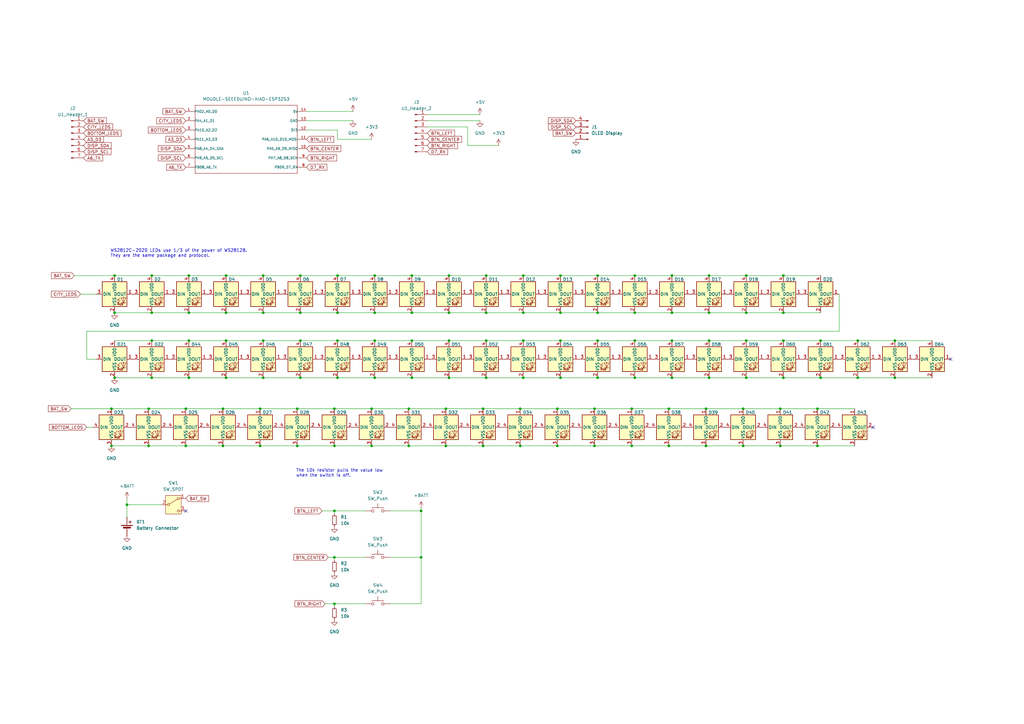
<source format=kicad_sch>
(kicad_sch (version 20250114) (generator "eeschema") (generator_version "9.0")
  (paper "A3")
  (title_block (title "Graduation Cap Threat Map") (company "Peter LaMantia"))
  (text "WS2812C-2020 LEDs use 1/3 of the power of WS2812B.\nThey are the same package and protocol." (at 45.212 103.886 0) (effects (font (size 1.27 1.27)) (justify left)))
  (text "The 10k resistor pulls the value low \nwhen the switch is off." (at 121.412 194.056 0) (effects (font (size 1.27 1.27)) (justify left)))
  (junction (at 107.95 139.7))
  (junction (at 290.83 113.03))
  (junction (at 121.92 167.64))
  (junction (at 167.64 182.88))
  (junction (at 62.23 154.94))
  (junction (at 289.56 182.88))
  (junction (at 243.84 167.64))
  (junction (at 182.88 182.88))
  (junction (at 138.43 154.94))
  (junction (at 199.39 154.94))
  (junction (at 321.31 113.03))
  (junction (at 46.99 113.03))
  (junction (at 77.47 128.27))
  (junction (at 214.63 128.27))
  (junction (at 184.15 154.94))
  (junction (at 138.43 113.03))
  (junction (at 91.44 182.88))
  (junction (at 152.4 182.88))
  (junction (at 121.92 182.88))
  (junction (at 62.23 139.7))
  (junction (at 228.6 167.64))
  (junction (at 336.55 139.7))
  (junction (at 92.71 113.03))
  (junction (at 274.32 167.64))
  (junction (at 138.43 139.7))
  (junction (at 198.12 167.64))
  (junction (at 351.79 139.7))
  (junction (at 336.55 154.94))
  (junction (at 229.87 139.7))
  (junction (at 168.91 139.7))
  (junction (at 321.31 154.94))
  (junction (at 153.67 154.94))
  (junction (at 184.15 139.7))
  (junction (at 260.35 154.94))
  (junction (at 62.23 128.27))
  (junction (at 60.96 167.64))
  (junction (at 351.79 154.94))
  (junction (at 184.15 113.03))
  (junction (at 321.31 128.27))
  (junction (at 245.11 139.7))
  (junction (at 214.63 154.94))
  (junction (at 52.07 207.01))
  (junction (at 168.91 154.94))
  (junction (at 321.31 139.7))
  (junction (at 137.16 167.64))
  (junction (at 306.07 113.03))
  (junction (at 306.07 139.7))
  (junction (at 275.59 154.94))
  (junction (at 123.19 139.7))
  (junction (at 274.32 182.88))
  (junction (at 306.07 154.94))
  (junction (at 260.35 128.27))
  (junction (at 152.4 167.64))
  (junction (at 106.68 182.88))
  (junction (at 138.43 128.27))
  (junction (at 168.91 113.03))
  (junction (at 228.6 182.88))
  (junction (at 335.28 182.88))
  (junction (at 45.72 167.64))
  (junction (at 214.63 113.03))
  (junction (at 107.95 154.94))
  (junction (at 153.67 139.7))
  (junction (at 335.28 167.64))
  (junction (at 275.59 139.7))
  (junction (at 77.47 113.03))
  (junction (at 46.99 128.27))
  (junction (at 106.68 167.64))
  (junction (at 320.04 167.64))
  (junction (at 123.19 128.27))
  (junction (at 45.72 182.88))
  (junction (at 306.07 128.27))
  (junction (at 153.67 113.03))
  (junction (at 76.2 167.64))
  (junction (at 320.04 182.88))
  (junction (at 198.12 182.88))
  (junction (at 77.47 139.7))
  (junction (at 137.16 247.65))
  (junction (at 245.11 154.94))
  (junction (at 243.84 182.88))
  (junction (at 304.8 167.64))
  (junction (at 123.19 113.03))
  (junction (at 213.36 167.64))
  (junction (at 172.72 228.6))
  (junction (at 275.59 113.03))
  (junction (at 172.72 209.55))
  (junction (at 184.15 128.27))
  (junction (at 214.63 139.7))
  (junction (at 275.59 128.27))
  (junction (at 290.83 128.27))
  (junction (at 107.95 128.27))
  (junction (at 367.03 139.7))
  (junction (at 77.47 154.94))
  (junction (at 62.23 113.03))
  (junction (at 92.71 139.7))
  (junction (at 260.35 113.03))
  (junction (at 259.08 167.64))
  (junction (at 245.11 128.27))
  (junction (at 290.83 139.7))
  (junction (at 229.87 128.27))
  (junction (at 304.8 182.88))
  (junction (at 92.71 128.27))
  (junction (at 91.44 167.64))
  (junction (at 289.56 167.64))
  (junction (at 92.71 154.94))
  (junction (at 46.99 154.94))
  (junction (at 153.67 128.27))
  (junction (at 137.16 209.55))
  (junction (at 107.95 113.03))
  (junction (at 199.39 139.7))
  (junction (at 199.39 128.27))
  (junction (at 229.87 154.94))
  (junction (at 123.19 154.94))
  (junction (at 229.87 113.03))
  (junction (at 213.36 182.88))
  (junction (at 168.91 128.27))
  (junction (at 259.08 182.88))
  (junction (at 182.88 167.64))
  (junction (at 290.83 154.94))
  (junction (at 137.16 228.6))
  (junction (at 76.2 182.88))
  (junction (at 245.11 113.03))
  (junction (at 199.39 113.03))
  (junction (at 60.96 182.88))
  (junction (at 260.35 139.7))
  (junction (at 367.03 154.94))
  (junction (at 167.64 167.64))
  (junction (at 137.16 182.88))
  (no_connect (at 358.14 175.26))
  (no_connect (at 389.89 147.32))
  (no_connect (at 76.2 209.55))
  (wire (pts (xy 168.91 154.94) (xy 184.15 154.94)))
  (wire (pts (xy 29.21 167.64) (xy 45.72 167.64)))
  (wire (pts (xy 260.35 128.27) (xy 275.59 128.27)))
  (wire (pts (xy 245.11 128.27) (xy 260.35 128.27)))
  (wire (pts (xy 132.08 209.55) (xy 137.16 209.55)))
  (wire (pts (xy 123.19 128.27) (xy 138.43 128.27)))
  (wire (pts (xy 45.72 182.88) (xy 60.96 182.88)))
  (wire (pts (xy 274.32 182.88) (xy 289.56 182.88)))
  (wire (pts (xy 229.87 128.27) (xy 245.11 128.27)))
  (wire (pts (xy 260.35 154.94) (xy 275.59 154.94)))
  (wire (pts (xy 62.23 154.94) (xy 77.47 154.94)))
  (wire (pts (xy 290.83 128.27) (xy 306.07 128.27)))
  (wire (pts (xy 260.35 113.03) (xy 275.59 113.03)))
  (wire (pts (xy 290.83 154.94) (xy 306.07 154.94)))
  (wire (pts (xy 196.85 46.99) (xy 175.26 46.99)))
  (wire (pts (xy 107.95 154.94) (xy 123.19 154.94)))
  (wire (pts (xy 60.96 182.88) (xy 76.2 182.88)))
  (wire (pts (xy 214.63 139.7) (xy 229.87 139.7)))
  (wire (pts (xy 138.43 57.15) (xy 138.43 53.34)))
  (wire (pts (xy 214.63 128.27) (xy 229.87 128.27)))
  (wire (pts (xy 137.16 247.65) (xy 149.86 247.65)))
  (wire (pts (xy 77.47 128.27) (xy 92.71 128.27)))
  (wire (pts (xy 367.03 154.94) (xy 382.27 154.94)))
  (wire (pts (xy 76.2 182.88) (xy 91.44 182.88)))
  (wire (pts (xy 228.6 182.88) (xy 243.84 182.88)))
  (wire (pts (xy 144.78 45.72) (xy 125.73 45.72)))
  (wire (pts (xy 321.31 113.03) (xy 336.55 113.03)))
  (wire (pts (xy 137.16 209.55) (xy 149.86 209.55)))
  (wire (pts (xy 259.08 182.88) (xy 274.32 182.88)))
  (wire (pts (xy 46.99 113.03) (xy 62.23 113.03)))
  (wire (pts (xy 213.36 167.64) (xy 228.6 167.64)))
  (wire (pts (xy 153.67 113.03) (xy 168.91 113.03)))
  (wire (pts (xy 168.91 113.03) (xy 184.15 113.03)))
  (wire (pts (xy 245.11 113.03) (xy 260.35 113.03)))
  (wire (pts (xy 123.19 113.03) (xy 138.43 113.03)))
  (wire (pts (xy 245.11 139.7) (xy 260.35 139.7)))
  (wire (pts (xy 137.16 228.6) (xy 149.86 228.6)))
  (wire (pts (xy 33.02 120.65) (xy 39.37 120.65)))
  (wire (pts (xy 153.67 139.7) (xy 168.91 139.7)))
  (wire (pts (xy 336.55 154.94) (xy 351.79 154.94)))
  (wire (pts (xy 306.07 139.7) (xy 321.31 139.7)))
  (wire (pts (xy 160.02 247.65) (xy 172.72 247.65)))
  (wire (pts (xy 76.2 167.64) (xy 91.44 167.64)))
  (wire (pts (xy 123.19 154.94) (xy 138.43 154.94)))
  (wire (pts (xy 336.55 139.7) (xy 351.79 139.7)))
  (wire (pts (xy 107.95 139.7) (xy 123.19 139.7)))
  (wire (pts (xy 134.62 228.6) (xy 137.16 228.6)))
  (wire (pts (xy 92.71 128.27) (xy 107.95 128.27)))
  (wire (pts (xy 137.16 228.6) (xy 137.16 229.87)))
  (wire (pts (xy 160.02 209.55) (xy 172.72 209.55)))
  (wire (pts (xy 137.16 248.92) (xy 137.16 247.65)))
  (wire (pts (xy 182.88 182.88) (xy 198.12 182.88)))
  (wire (pts (xy 260.35 139.7) (xy 275.59 139.7)))
  (wire (pts (xy 167.64 182.88) (xy 182.88 182.88)))
  (wire (pts (xy 191.77 52.07) (xy 175.26 52.07)))
  (wire (pts (xy 191.77 59.69) (xy 191.77 52.07)))
  (wire (pts (xy 138.43 154.94) (xy 153.67 154.94)))
  (wire (pts (xy 107.95 128.27) (xy 123.19 128.27)))
  (wire (pts (xy 199.39 139.7) (xy 214.63 139.7)))
  (wire (pts (xy 138.43 128.27) (xy 153.67 128.27)))
  (wire (pts (xy 46.99 139.7) (xy 62.23 139.7)))
  (wire (pts (xy 167.64 167.64) (xy 182.88 167.64)))
  (wire (pts (xy 320.04 182.88) (xy 335.28 182.88)))
  (wire (pts (xy 321.31 139.7) (xy 336.55 139.7)))
  (wire (pts (xy 306.07 154.94) (xy 321.31 154.94)))
  (wire (pts (xy 175.26 49.53) (xy 196.85 49.53)))
  (wire (pts (xy 52.07 207.01) (xy 66.04 207.01)))
  (wire (pts (xy 213.36 182.88) (xy 228.6 182.88)))
  (wire (pts (xy 214.63 113.03) (xy 229.87 113.03)))
  (wire (pts (xy 229.87 139.7) (xy 245.11 139.7)))
  (wire (pts (xy 199.39 128.27) (xy 214.63 128.27)))
  (wire (pts (xy 106.68 167.64) (xy 121.92 167.64)))
  (wire (pts (xy 35.56 135.89) (xy 35.56 147.32)))
  (wire (pts (xy 184.15 128.27) (xy 199.39 128.27)))
  (wire (pts (xy 304.8 182.88) (xy 320.04 182.88)))
  (wire (pts (xy 275.59 139.7) (xy 290.83 139.7)))
  (wire (pts (xy 184.15 113.03) (xy 199.39 113.03)))
  (wire (pts (xy 321.31 128.27) (xy 336.55 128.27)))
  (wire (pts (xy 199.39 113.03) (xy 214.63 113.03)))
  (wire (pts (xy 172.72 209.55) (xy 172.72 208.28)))
  (wire (pts (xy 152.4 182.88) (xy 167.64 182.88)))
  (wire (pts (xy 306.07 113.03) (xy 321.31 113.03)))
  (wire (pts (xy 138.43 139.7) (xy 153.67 139.7)))
  (wire (pts (xy 152.4 57.15) (xy 138.43 57.15)))
  (wire (pts (xy 351.79 154.94) (xy 367.03 154.94)))
  (wire (pts (xy 204.47 59.69) (xy 191.77 59.69)))
  (wire (pts (xy 153.67 154.94) (xy 168.91 154.94)))
  (wire (pts (xy 245.11 154.94) (xy 260.35 154.94)))
  (wire (pts (xy 91.44 167.64) (xy 106.68 167.64)))
  (wire (pts (xy 229.87 154.94) (xy 245.11 154.94)))
  (wire (pts (xy 60.96 167.64) (xy 76.2 167.64)))
  (wire (pts (xy 172.72 228.6) (xy 172.72 209.55)))
  (wire (pts (xy 335.28 167.64) (xy 350.52 167.64)))
  (wire (pts (xy 92.71 113.03) (xy 107.95 113.03)))
  (wire (pts (xy 152.4 167.64) (xy 167.64 167.64)))
  (wire (pts (xy 351.79 139.7) (xy 367.03 139.7)))
  (wire (pts (xy 229.87 113.03) (xy 245.11 113.03)))
  (wire (pts (xy 182.88 167.64) (xy 198.12 167.64)))
  (wire (pts (xy 321.31 154.94) (xy 336.55 154.94)))
  (wire (pts (xy 92.71 139.7) (xy 107.95 139.7)))
  (wire (pts (xy 289.56 167.64) (xy 304.8 167.64)))
  (wire (pts (xy 137.16 210.82) (xy 137.16 209.55)))
  (wire (pts (xy 275.59 154.94) (xy 290.83 154.94)))
  (wire (pts (xy 107.95 113.03) (xy 123.19 113.03)))
  (wire (pts (xy 259.08 167.64) (xy 274.32 167.64)))
  (wire (pts (xy 184.15 139.7) (xy 199.39 139.7)))
  (wire (pts (xy 153.67 128.27) (xy 168.91 128.27)))
  (wire (pts (xy 275.59 113.03) (xy 290.83 113.03)))
  (wire (pts (xy 121.92 182.88) (xy 137.16 182.88)))
  (wire (pts (xy 137.16 182.88) (xy 152.4 182.88)))
  (wire (pts (xy 52.07 204.47) (xy 52.07 207.01)))
  (wire (pts (xy 228.6 167.64) (xy 243.84 167.64)))
  (wire (pts (xy 160.02 228.6) (xy 172.72 228.6)))
  (wire (pts (xy 290.83 113.03) (xy 306.07 113.03)))
  (wire (pts (xy 77.47 154.94) (xy 92.71 154.94)))
  (wire (pts (xy 304.8 167.64) (xy 320.04 167.64)))
  (wire (pts (xy 199.39 154.94) (xy 214.63 154.94)))
  (wire (pts (xy 199.39 154.94) (xy 184.15 154.94)))
  (wire (pts (xy 367.03 139.7) (xy 382.27 139.7)))
  (wire (pts (xy 306.07 128.27) (xy 321.31 128.27)))
  (wire (pts (xy 344.17 135.89) (xy 35.56 135.89)))
  (wire (pts (xy 243.84 182.88) (xy 259.08 182.88)))
  (wire (pts (xy 243.84 167.64) (xy 259.08 167.64)))
  (wire (pts (xy 168.91 139.7) (xy 184.15 139.7)))
  (wire (pts (xy 214.63 154.94) (xy 229.87 154.94)))
  (wire (pts (xy 138.43 53.34) (xy 125.73 53.34)))
  (wire (pts (xy 290.83 139.7) (xy 306.07 139.7)))
  (wire (pts (xy 274.32 167.64) (xy 289.56 167.64)))
  (wire (pts (xy 344.17 120.65) (xy 344.17 135.89)))
  (wire (pts (xy 137.16 167.64) (xy 152.4 167.64)))
  (wire (pts (xy 198.12 182.88) (xy 213.36 182.88)))
  (wire (pts (xy 121.92 167.64) (xy 137.16 167.64)))
  (wire (pts (xy 46.99 154.94) (xy 62.23 154.94)))
  (wire (pts (xy 35.56 147.32) (xy 39.37 147.32)))
  (wire (pts (xy 45.72 167.64) (xy 60.96 167.64)))
  (wire (pts (xy 168.91 128.27) (xy 184.15 128.27)))
  (wire (pts (xy 52.07 207.01) (xy 52.07 212.09)))
  (wire (pts (xy 335.28 182.88) (xy 350.52 182.88)))
  (wire (pts (xy 62.23 139.7) (xy 77.47 139.7)))
  (wire (pts (xy 198.12 167.64) (xy 213.36 167.64)))
  (wire (pts (xy 125.73 49.53) (xy 144.78 49.53)))
  (wire (pts (xy 91.44 182.88) (xy 106.68 182.88)))
  (wire (pts (xy 30.48 113.03) (xy 46.99 113.03)))
  (wire (pts (xy 172.72 247.65) (xy 172.72 228.6)))
  (wire (pts (xy 123.19 139.7) (xy 138.43 139.7)))
  (wire (pts (xy 62.23 113.03) (xy 77.47 113.03)))
  (wire (pts (xy 320.04 167.64) (xy 335.28 167.64)))
  (wire (pts (xy 62.23 128.27) (xy 77.47 128.27)))
  (wire (pts (xy 35.56 175.26) (xy 38.1 175.26)))
  (wire (pts (xy 289.56 182.88) (xy 304.8 182.88)))
  (wire (pts (xy 46.99 128.27) (xy 62.23 128.27)))
  (wire (pts (xy 133.35 247.65) (xy 137.16 247.65)))
  (wire (pts (xy 275.59 128.27) (xy 290.83 128.27)))
  (wire (pts (xy 106.68 182.88) (xy 121.92 182.88)))
  (wire (pts (xy 138.43 113.03) (xy 153.67 113.03)))
  (wire (pts (xy 77.47 113.03) (xy 92.71 113.03)))
  (wire (pts (xy 92.71 154.94) (xy 107.95 154.94)))
  (wire (pts (xy 77.47 139.7) (xy 92.71 139.7)))
  (global_label "BTN_CENTER" (shape input) (at 125.73 60.96 0) (property "Intersheetrefs" "${INTERSHEET_REFS}" (effects (hide yes))))
  (global_label "BTN_CENTER" (shape input) (at 175.26 57.15 0) (property "Intersheetrefs" "${INTERSHEET_REFS}" (effects (hide yes))))
  (global_label "BAT_SW" (shape input) (at 236.22 54.61 180) (property "Intersheetrefs" "${INTERSHEET_REFS}" (effects (hide yes))))
  (global_label "DISP_SCL" (shape input) (at 236.22 52.07 180) (property "Intersheetrefs" "${INTERSHEET_REFS}" (effects (hide yes))))
  (global_label "DISP_SDA" (shape input) (at 76.2 60.96 180) (property "Intersheetrefs" "${INTERSHEET_REFS}" (effects (hide yes))))
  (global_label "BTN_LEFT" (shape input) (at 175.26 54.61 0) (property "Intersheetrefs" "${INTERSHEET_REFS}" (effects (hide yes))))
  (global_label "A3_D3" (shape input) (at 76.2 57.15 180) (property "Intersheetrefs" "${INTERSHEET_REFS}" (effects (hide yes))))
  (global_label "BAT_SW" (shape input) (at 29.21 167.64 180) (property "Intersheetrefs" "${INTERSHEET_REFS}" (effects (hide yes))))
  (global_label "CITY_LEDS" (shape input) (at 34.29 52.07 0) (property "Intersheetrefs" "${INTERSHEET_REFS}" (effects (hide yes))))
  (global_label "D7_RX" (shape input) (at 175.26 62.23 0) (property "Intersheetrefs" "${INTERSHEET_REFS}" (effects (hide yes))))
  (global_label "CITY_LEDS" (shape input) (at 76.2 49.53 180) (property "Intersheetrefs" "${INTERSHEET_REFS}" (effects (hide yes))))
  (global_label "BTN_LEFT" (shape input) (at 125.73 57.15 0) (property "Intersheetrefs" "${INTERSHEET_REFS}" (effects (hide yes))))
  (global_label "BAT_SW" (shape input) (at 76.2 45.72 180) (property "Intersheetrefs" "${INTERSHEET_REFS}" (effects (hide yes))))
  (global_label "A6_TX" (shape input) (at 34.29 64.77 0) (property "Intersheetrefs" "${INTERSHEET_REFS}" (effects (hide yes))))
  (global_label "DISP_SDA" (shape input) (at 34.29 59.69 0) (property "Intersheetrefs" "${INTERSHEET_REFS}" (effects (hide yes))))
  (global_label "CITY_LEDS" (shape input) (at 33.02 120.65 180) (property "Intersheetrefs" "${INTERSHEET_REFS}" (effects (hide yes))))
  (global_label "BTN_RIGHT" (shape input) (at 133.35 247.65 180) (property "Intersheetrefs" "${INTERSHEET_REFS}" (effects (hide yes))))
  (global_label "BOTTOM_LEDS" (shape input) (at 34.29 54.61 0) (property "Intersheetrefs" "${INTERSHEET_REFS}" (effects (hide yes))))
  (global_label "A3_D3" (shape input) (at 34.29 57.15 0) (property "Intersheetrefs" "${INTERSHEET_REFS}" (effects (hide yes))))
  (global_label "D7_RX" (shape input) (at 125.73 68.58 0) (property "Intersheetrefs" "${INTERSHEET_REFS}" (effects (hide yes))))
  (global_label "BOTTOM_LEDS" (shape input) (at 35.56 175.26 180) (property "Intersheetrefs" "${INTERSHEET_REFS}" (effects (hide yes))))
  (global_label "BTN_LEFT" (shape input) (at 132.08 209.55 180) (property "Intersheetrefs" "${INTERSHEET_REFS}" (effects (hide yes))))
  (global_label "BAT_SW" (shape input) (at 34.29 49.53 0) (property "Intersheetrefs" "${INTERSHEET_REFS}" (effects (hide yes))))
  (global_label "DISP_SDA" (shape input) (at 236.22 49.53 180) (property "Intersheetrefs" "${INTERSHEET_REFS}" (effects (hide yes))))
  (global_label "DISP_SCL" (shape input) (at 76.2 64.77 180) (property "Intersheetrefs" "${INTERSHEET_REFS}" (effects (hide yes))))
  (global_label "BTN_RIGHT" (shape input) (at 125.73 64.77 0) (property "Intersheetrefs" "${INTERSHEET_REFS}" (effects (hide yes))))
  (global_label "BTN_RIGHT" (shape input) (at 175.26 59.69 0) (property "Intersheetrefs" "${INTERSHEET_REFS}" (effects (hide yes))))
  (global_label "DISP_SCL" (shape input) (at 34.29 62.23 0) (property "Intersheetrefs" "${INTERSHEET_REFS}" (effects (hide yes))))
  (global_label "BAT_SW" (shape input) (at 76.2 204.47 0) (property "Intersheetrefs" "${INTERSHEET_REFS}" (effects (hide yes))))
  (global_label "BOTTOM_LEDS" (shape input) (at 76.2 53.34 180) (property "Intersheetrefs" "${INTERSHEET_REFS}" (effects (hide yes))))
  (global_label "A6_TX" (shape input) (at 76.2 68.58 180) (property "Intersheetrefs" "${INTERSHEET_REFS}" (effects (hide yes))))
  (global_label "BTN_CENTER" (shape input) (at 134.62 228.6 180) (property "Intersheetrefs" "${INTERSHEET_REFS}" (effects (hide yes))))
  (global_label "BAT_SW" (shape input) (at 30.48 113.03 180) (property "Intersheetrefs" "${INTERSHEET_REFS}" (effects (hide yes))))
  (symbol (lib_id "LED:WS2812B") (at 121.92 175.26 0) (unit 1)
    (property "Reference" "D28" (at 122.936 169.164 0) (effects (justify left)))
    (property "Value" "WS2812C" (effects (hide yes)))
    (property "Footprint" "LED_SMD:LED_WS2812B_PLCC4_5.0x5.0mm_P3.2mm" (effects (hide yes)))
    (property "Datasheet" "https://cdn-shop.adafruit.com/datasheets/WS2812B.pdf" (effects (hide yes)))
    (property "Description" "RGB LED with integrated controller" (effects (hide yes)))
  )
  (symbol (lib_id "LED:WS2812B") (at 350.52 175.26 0) (unit 1)
    (property "Reference" "D43" (at 351.536 169.164 0) (effects (justify left)))
    (property "Value" "WS2812C" (effects (hide yes)))
    (property "Footprint" "LED_SMD:LED_WS2812B_PLCC4_5.0x5.0mm_P3.2mm" (effects (hide yes)))
    (property "Datasheet" "https://cdn-shop.adafruit.com/datasheets/WS2812B.pdf" (effects (hide yes)))
    (property "Description" "RGB LED with integrated controller" (effects (hide yes)))
  )
  (symbol (lib_id "power:GND") (at 137.16 254 0) (mirror y) (unit 1)
    (property "Reference" "#PWR015" (effects (hide yes)))
    (property "Value" "GND" (at 137.16 259.08 0))
    (property "Description" "Power symbol creates a global label with name \"GND\" , ground" (effects (hide yes)))
  )
  (symbol (lib_id "LED:WS2812B-2020") (at 214.63 147.32 0) (unit 1)
    (property "Reference" "D53" (at 215.646 141.224 0) (effects (justify left)))
    (property "Value" "WS2812C-2020" (effects (hide yes)))
    (property "Footprint" "LED_SMD:LED_WS2812B-2020_PLCC4_2.0x2.0mm" (effects (hide yes)))
    (property "Datasheet" "https://cdn-shop.adafruit.com/product-files/4684/4684_WS2812B-2020_V1.3_EN.pdf" (effects (hide yes)))
    (property "Description" "RGB LED with integrated controller, 2.0 x 2.0 mm, 12 mA" (effects (hide yes)))
  )
  (symbol (lib_id "LED:WS2812B") (at 182.88 175.26 0) (unit 1)
    (property "Reference" "D32" (at 183.896 169.164 0) (effects (justify left)))
    (property "Value" "WS2812C" (effects (hide yes)))
    (property "Footprint" "LED_SMD:LED_WS2812B_PLCC4_5.0x5.0mm_P3.2mm" (effects (hide yes)))
    (property "Datasheet" "https://cdn-shop.adafruit.com/datasheets/WS2812B.pdf" (effects (hide yes)))
    (property "Description" "RGB LED with integrated controller" (effects (hide yes)))
  )
  (symbol (lib_id "LED:WS2812B-2020") (at 336.55 120.65 0) (unit 1)
    (property "Reference" "D20" (at 337.566 114.554 0) (effects (justify left)))
    (property "Value" "WS2812C-2020" (effects (hide yes)))
    (property "Footprint" "LED_SMD:LED_WS2812B-2020_PLCC4_2.0x2.0mm" (effects (hide yes)))
    (property "Datasheet" "https://cdn-shop.adafruit.com/product-files/4684/4684_WS2812B-2020_V1.3_EN.pdf" (effects (hide yes)))
    (property "Description" "RGB LED with integrated controller, 2.0 x 2.0 mm, 12 mA" (effects (hide yes)))
  )
  (symbol (lib_id "LED:WS2812B") (at 76.2 175.26 0) (unit 1)
    (property "Reference" "D25" (at 77.216 169.164 0) (effects (justify left)))
    (property "Value" "WS2812C" (effects (hide yes)))
    (property "Footprint" "LED_SMD:LED_WS2812B_PLCC4_5.0x5.0mm_P3.2mm" (effects (hide yes)))
    (property "Datasheet" "https://cdn-shop.adafruit.com/datasheets/WS2812B.pdf" (effects (hide yes)))
    (property "Description" "RGB LED with integrated controller" (effects (hide yes)))
  )
  (symbol (lib_id "Device:Battery_Cell") (at 52.07 217.17 0) (unit 1)
    (property "Reference" "BT1" (at 55.88 214.0584 0) (effects (justify left)))
    (property "Value" "Battery Connector" (at 55.88 216.5984 0) (effects (justify left)))
    (property "Footprint" "Connector_JST:JST_PH_S2B-PH-K_1x02_P2.00mm_Horizontal" (effects (hide yes)))
    (property "Description" "Single-cell battery" (effects (hide yes)))
  )
  (symbol (lib_id "LED:WS2812B-2020") (at 184.15 120.65 0) (unit 1)
    (property "Reference" "D10" (at 185.166 114.554 0) (effects (justify left)))
    (property "Value" "WS2812C-2020" (effects (hide yes)))
    (property "Footprint" "LED_SMD:LED_WS2812B-2020_PLCC4_2.0x2.0mm" (effects (hide yes)))
    (property "Datasheet" "https://cdn-shop.adafruit.com/product-files/4684/4684_WS2812B-2020_V1.3_EN.pdf" (effects (hide yes)))
    (property "Description" "RGB LED with integrated controller, 2.0 x 2.0 mm, 12 mA" (effects (hide yes)))
  )
  (symbol (lib_id "Switch:SW_SPDT") (at 71.12 207.01 0) (unit 1)
    (property "Reference" "SW1" (at 71.12 198.12 0))
    (property "Value" "SW_SPDT" (at 71.12 200.66 0))
    (property "Footprint" "Button_Switch_THT:SW_Slide_SPDT_Angled_CK_OS102011MA1Q" (effects (hide yes)))
    (property "Description" "Switch, single pole double throw" (effects (hide yes)))
  )
  (symbol (lib_id "LED:WS2812B") (at 137.16 175.26 0) (unit 1)
    (property "Reference" "D29" (at 138.176 169.164 0) (effects (justify left)))
    (property "Value" "WS2812C" (effects (hide yes)))
    (property "Footprint" "LED_SMD:LED_WS2812B_PLCC4_5.0x5.0mm_P3.2mm" (effects (hide yes)))
    (property "Datasheet" "https://cdn-shop.adafruit.com/datasheets/WS2812B.pdf" (effects (hide yes)))
    (property "Description" "RGB LED with integrated controller" (effects (hide yes)))
  )
  (symbol (lib_id "power:+5V") (at 144.78 45.72 0) (unit 1)
    (property "Reference" "#PWR03" (effects (hide yes)))
    (property "Value" "+5V" (at 144.78 40.64 0))
    (property "Description" "Power symbol creates a global label with name \"+5V\"" (effects (hide yes)))
  )
  (symbol (lib_id "power:GND") (at 137.16 215.9 0) (mirror y) (unit 1)
    (property "Reference" "#PWR011" (effects (hide yes)))
    (property "Value" "GND" (at 137.16 220.98 0))
    (property "Description" "Power symbol creates a global label with name \"GND\" , ground" (effects (hide yes)))
  )
  (symbol (lib_id "LED:WS2812B-2020") (at 168.91 120.65 0) (unit 1)
    (property "Reference" "D9" (at 169.926 114.554 0) (effects (justify left)))
    (property "Value" "WS2812C-2020" (effects (hide yes)))
    (property "Footprint" "LED_SMD:LED_WS2812B-2020_PLCC4_2.0x2.0mm" (effects (hide yes)))
    (property "Datasheet" "https://cdn-shop.adafruit.com/product-files/4684/4684_WS2812B-2020_V1.3_EN.pdf" (effects (hide yes)))
    (property "Description" "RGB LED with integrated controller, 2.0 x 2.0 mm, 12 mA" (effects (hide yes)))
  )
  (symbol (lib_id "LED:WS2812B") (at 60.96 175.26 0) (unit 1)
    (property "Reference" "D24" (at 61.976 169.164 0) (effects (justify left)))
    (property "Value" "WS2812C" (effects (hide yes)))
    (property "Footprint" "LED_SMD:LED_WS2812B_PLCC4_5.0x5.0mm_P3.2mm" (effects (hide yes)))
    (property "Datasheet" "https://cdn-shop.adafruit.com/datasheets/WS2812B.pdf" (effects (hide yes)))
    (property "Description" "RGB LED with integrated controller" (effects (hide yes)))
  )
  (symbol (lib_id "ESP32-S3:MOUDLE-SEEEDUINO-XIAO-ESP32S3") (at 101.6 57.15 0) (unit 1)
    (property "Reference" "U1" (at 100.965 38.1 0))
    (property "Value" "MOUDLE-SEEEDUINO-XIAO-ESP32S3" (at 100.965 40.64 0))
    (property "Footprint" "ESP32-S3:XIAO-ESP32S3-DIP" (effects (hide yes)))
  )
  (symbol (lib_id "Switch:SW_Push") (at 154.94 228.6 0) (unit 1)
    (property "Reference" "SW3" (at 154.94 220.98 0))
    (property "Value" "SW_Push" (at 154.94 223.52 0))
    (property "Footprint" "Button_Switch_THT:SW_PUSH-12mm" (effects (hide yes)))
    (property "Description" "Push button switch, generic, two pins" (effects (hide yes)))
  )
  (symbol (lib_id "LED:WS2812B-2020") (at 153.67 120.65 0) (unit 1)
    (property "Reference" "D8" (at 154.686 114.554 0) (effects (justify left)))
    (property "Value" "WS2812C-2020" (effects (hide yes)))
    (property "Footprint" "LED_SMD:LED_WS2812B-2020_PLCC4_2.0x2.0mm" (effects (hide yes)))
    (property "Datasheet" "https://cdn-shop.adafruit.com/product-files/4684/4684_WS2812B-2020_V1.3_EN.pdf" (effects (hide yes)))
    (property "Description" "RGB LED with integrated controller, 2.0 x 2.0 mm, 12 mA" (effects (hide yes)))
  )
  (symbol (lib_id "power:GND") (at 236.22 57.15 0) (unit 1)
    (property "Reference" "#PWR09" (effects (hide yes)))
    (property "Value" "GND" (at 236.22 62.23 0))
    (property "Description" "Power symbol creates a global label with name \"GND\" , ground" (effects (hide yes)))
  )
  (symbol (lib_id "LED:WS2812B-2020") (at 153.67 147.32 0) (unit 1)
    (property "Reference" "D49" (at 154.686 141.224 0) (effects (justify left)))
    (property "Value" "WS2812C-2020" (effects (hide yes)))
    (property "Footprint" "LED_SMD:LED_WS2812B-2020_PLCC4_2.0x2.0mm" (effects (hide yes)))
    (property "Datasheet" "https://cdn-shop.adafruit.com/product-files/4684/4684_WS2812B-2020_V1.3_EN.pdf" (effects (hide yes)))
    (property "Description" "RGB LED with integrated controller, 2.0 x 2.0 mm, 12 mA" (effects (hide yes)))
  )
  (symbol (lib_id "Connector:Conn_01x07_Pin") (at 29.21 57.15 0) (unit 1)
    (property "Reference" "J2" (at 29.845 44.45 0))
    (property "Value" "U1_Header_1" (at 29.845 46.99 0))
    (property "Footprint" "Connector_PinSocket_2.54mm:PinSocket_1x07_P2.54mm_Vertical" (effects (hide yes)))
    (property "Description" "Generic connector, single row, 01x07, script generated" (effects (hide yes)))
  )
  (symbol (lib_id "LED:WS2812B") (at 243.84 175.26 0) (unit 1)
    (property "Reference" "D36" (at 244.856 169.164 0) (effects (justify left)))
    (property "Value" "WS2812C" (effects (hide yes)))
    (property "Footprint" "LED_SMD:LED_WS2812B_PLCC4_5.0x5.0mm_P3.2mm" (effects (hide yes)))
    (property "Datasheet" "https://cdn-shop.adafruit.com/datasheets/WS2812B.pdf" (effects (hide yes)))
    (property "Description" "RGB LED with integrated controller" (effects (hide yes)))
  )
  (symbol (lib_id "LED:WS2812B") (at 106.68 175.26 0) (unit 1)
    (property "Reference" "D27" (at 107.696 169.164 0) (effects (justify left)))
    (property "Value" "WS2812C" (effects (hide yes)))
    (property "Footprint" "LED_SMD:LED_WS2812B_PLCC4_5.0x5.0mm_P3.2mm" (effects (hide yes)))
    (property "Datasheet" "https://cdn-shop.adafruit.com/datasheets/WS2812B.pdf" (effects (hide yes)))
    (property "Description" "RGB LED with integrated controller" (effects (hide yes)))
  )
  (symbol (lib_id "LED:WS2812B-2020") (at 62.23 147.32 0) (unit 1)
    (property "Reference" "D22" (at 63.246 141.224 0) (effects (justify left)))
    (property "Value" "WS2812C-2020" (effects (hide yes)))
    (property "Footprint" "LED_SMD:LED_WS2812B-2020_PLCC4_2.0x2.0mm" (effects (hide yes)))
    (property "Datasheet" "https://cdn-shop.adafruit.com/product-files/4684/4684_WS2812B-2020_V1.3_EN.pdf" (effects (hide yes)))
    (property "Description" "RGB LED with integrated controller, 2.0 x 2.0 mm, 12 mA" (effects (hide yes)))
  )
  (symbol (lib_id "LED:WS2812B-2020") (at 214.63 120.65 0) (unit 1)
    (property "Reference" "D12" (at 215.646 114.554 0) (effects (justify left)))
    (property "Value" "WS2812C-2020" (effects (hide yes)))
    (property "Footprint" "LED_SMD:LED_WS2812B-2020_PLCC4_2.0x2.0mm" (effects (hide yes)))
    (property "Datasheet" "https://cdn-shop.adafruit.com/product-files/4684/4684_WS2812B-2020_V1.3_EN.pdf" (effects (hide yes)))
    (property "Description" "RGB LED with integrated controller, 2.0 x 2.0 mm, 12 mA" (effects (hide yes)))
  )
  (symbol (lib_id "LED:WS2812B-2020") (at 275.59 147.32 0) (unit 1)
    (property "Reference" "D57" (at 276.606 141.224 0) (effects (justify left)))
    (property "Value" "WS2812C-2020" (effects (hide yes)))
    (property "Footprint" "LED_SMD:LED_WS2812B-2020_PLCC4_2.0x2.0mm" (effects (hide yes)))
    (property "Datasheet" "https://cdn-shop.adafruit.com/product-files/4684/4684_WS2812B-2020_V1.3_EN.pdf" (effects (hide yes)))
    (property "Description" "RGB LED with integrated controller, 2.0 x 2.0 mm, 12 mA" (effects (hide yes)))
  )
  (symbol (lib_id "LED:WS2812B-2020") (at 321.31 120.65 0) (unit 1)
    (property "Reference" "D19" (at 322.326 114.554 0) (effects (justify left)))
    (property "Value" "WS2812C-2020" (effects (hide yes)))
    (property "Footprint" "LED_SMD:LED_WS2812B-2020_PLCC4_2.0x2.0mm" (effects (hide yes)))
    (property "Datasheet" "https://cdn-shop.adafruit.com/product-files/4684/4684_WS2812B-2020_V1.3_EN.pdf" (effects (hide yes)))
    (property "Description" "RGB LED with integrated controller, 2.0 x 2.0 mm, 12 mA" (effects (hide yes)))
  )
  (symbol (lib_id "power:GND") (at 196.85 49.53 0) (unit 1)
    (property "Reference" "#PWR012" (effects (hide yes)))
    (property "Value" "GND" (at 196.85 54.61 0))
    (property "Description" "Power symbol creates a global label with name \"GND\" , ground" (effects (hide yes)))
  )
  (symbol (lib_id "LED:WS2812B") (at 198.12 175.26 0) (unit 1)
    (property "Reference" "D33" (at 199.136 169.164 0) (effects (justify left)))
    (property "Value" "WS2812C" (effects (hide yes)))
    (property "Footprint" "LED_SMD:LED_WS2812B_PLCC4_5.0x5.0mm_P3.2mm" (effects (hide yes)))
    (property "Datasheet" "https://cdn-shop.adafruit.com/datasheets/WS2812B.pdf" (effects (hide yes)))
    (property "Description" "RGB LED with integrated controller" (effects (hide yes)))
  )
  (symbol (lib_id "LED:WS2812B-2020") (at 290.83 120.65 0) (unit 1)
    (property "Reference" "D17" (at 291.846 114.554 0) (effects (justify left)))
    (property "Value" "WS2812C-2020" (effects (hide yes)))
    (property "Footprint" "LED_SMD:LED_WS2812B-2020_PLCC4_2.0x2.0mm" (effects (hide yes)))
    (property "Datasheet" "https://cdn-shop.adafruit.com/product-files/4684/4684_WS2812B-2020_V1.3_EN.pdf" (effects (hide yes)))
    (property "Description" "RGB LED with integrated controller, 2.0 x 2.0 mm, 12 mA" (effects (hide yes)))
  )
  (symbol (lib_id "power:GND") (at 45.72 182.88 0) (unit 1)
    (property "Reference" "#PWR06" (effects (hide yes)))
    (property "Value" "GND" (at 45.72 187.96 0))
    (property "Description" "Power symbol creates a global label with name \"GND\" , ground" (effects (hide yes)))
  )
  (symbol (lib_id "LED:WS2812B-2020") (at 306.07 147.32 0) (unit 1)
    (property "Reference" "D59" (at 307.086 141.224 0) (effects (justify left)))
    (property "Value" "WS2812C-2020" (effects (hide yes)))
    (property "Footprint" "LED_SMD:LED_WS2812B-2020_PLCC4_2.0x2.0mm" (effects (hide yes)))
    (property "Datasheet" "https://cdn-shop.adafruit.com/product-files/4684/4684_WS2812B-2020_V1.3_EN.pdf" (effects (hide yes)))
    (property "Description" "RGB LED with integrated controller, 2.0 x 2.0 mm, 12 mA" (effects (hide yes)))
  )
  (symbol (lib_id "Switch:SW_Push") (at 154.94 209.55 0) (unit 1)
    (property "Reference" "SW2" (at 154.94 201.93 0))
    (property "Value" "SW_Push" (at 154.94 204.47 0))
    (property "Footprint" "Button_Switch_THT:SW_PUSH-12mm" (effects (hide yes)))
    (property "Description" "Push button switch, generic, two pins" (effects (hide yes)))
  )
  (symbol (lib_id "LED:WS2812B-2020") (at 275.59 120.65 0) (unit 1)
    (property "Reference" "D16" (at 276.606 114.554 0) (effects (justify left)))
    (property "Value" "WS2812C-2020" (effects (hide yes)))
    (property "Footprint" "LED_SMD:LED_WS2812B-2020_PLCC4_2.0x2.0mm" (effects (hide yes)))
    (property "Datasheet" "https://cdn-shop.adafruit.com/product-files/4684/4684_WS2812B-2020_V1.3_EN.pdf" (effects (hide yes)))
    (property "Description" "RGB LED with integrated controller, 2.0 x 2.0 mm, 12 mA" (effects (hide yes)))
  )
  (symbol (lib_id "LED:WS2812B-2020") (at 92.71 147.32 0) (unit 1)
    (property "Reference" "D45" (at 93.726 141.224 0) (effects (justify left)))
    (property "Value" "WS2812C-2020" (effects (hide yes)))
    (property "Footprint" "LED_SMD:LED_WS2812B-2020_PLCC4_2.0x2.0mm" (effects (hide yes)))
    (property "Datasheet" "https://cdn-shop.adafruit.com/product-files/4684/4684_WS2812B-2020_V1.3_EN.pdf" (effects (hide yes)))
    (property "Description" "RGB LED with integrated controller, 2.0 x 2.0 mm, 12 mA" (effects (hide yes)))
  )
  (symbol (lib_id "LED:WS2812B-2020") (at 92.71 120.65 0) (unit 1)
    (property "Reference" "D4" (at 93.726 114.554 0) (effects (justify left)))
    (property "Value" "WS2812C-2020" (effects (hide yes)))
    (property "Footprint" "LED_SMD:LED_WS2812B-2020_PLCC4_2.0x2.0mm" (effects (hide yes)))
    (property "Datasheet" "https://cdn-shop.adafruit.com/product-files/4684/4684_WS2812B-2020_V1.3_EN.pdf" (effects (hide yes)))
    (property "Description" "RGB LED with integrated controller, 2.0 x 2.0 mm, 12 mA" (effects (hide yes)))
  )
  (symbol (lib_id "power:+BATT") (at 52.07 204.47 0) (unit 1)
    (property "Reference" "#PWR01" (effects (hide yes)))
    (property "Value" "+BATT" (at 52.07 199.39 0))
    (property "Description" "Power symbol creates a global label with name \"+BATT\"" (effects (hide yes)))
  )
  (symbol (lib_id "LED:WS2812B-2020") (at 123.19 120.65 0) (unit 1)
    (property "Reference" "D6" (at 124.206 114.554 0) (effects (justify left)))
    (property "Value" "WS2812C-2020" (effects (hide yes)))
    (property "Footprint" "LED_SMD:LED_WS2812B-2020_PLCC4_2.0x2.0mm" (effects (hide yes)))
    (property "Datasheet" "https://cdn-shop.adafruit.com/product-files/4684/4684_WS2812B-2020_V1.3_EN.pdf" (effects (hide yes)))
    (property "Description" "RGB LED with integrated controller, 2.0 x 2.0 mm, 12 mA" (effects (hide yes)))
  )
  (symbol (lib_id "LED:WS2812B-2020") (at 336.55 147.32 0) (unit 1)
    (property "Reference" "D61" (at 337.566 141.224 0) (effects (justify left)))
    (property "Value" "WS2812C-2020" (effects (hide yes)))
    (property "Footprint" "LED_SMD:LED_WS2812B-2020_PLCC4_2.0x2.0mm" (effects (hide yes)))
    (property "Datasheet" "https://cdn-shop.adafruit.com/product-files/4684/4684_WS2812B-2020_V1.3_EN.pdf" (effects (hide yes)))
    (property "Description" "RGB LED with integrated controller, 2.0 x 2.0 mm, 12 mA" (effects (hide yes)))
  )
  (symbol (lib_id "LED:WS2812B-2020") (at 107.95 147.32 0) (unit 1)
    (property "Reference" "D46" (at 108.966 141.224 0) (effects (justify left)))
    (property "Value" "WS2812C-2020" (effects (hide yes)))
    (property "Footprint" "LED_SMD:LED_WS2812B-2020_PLCC4_2.0x2.0mm" (effects (hide yes)))
    (property "Datasheet" "https://cdn-shop.adafruit.com/product-files/4684/4684_WS2812B-2020_V1.3_EN.pdf" (effects (hide yes)))
    (property "Description" "RGB LED with integrated controller, 2.0 x 2.0 mm, 12 mA" (effects (hide yes)))
  )
  (symbol (lib_id "LED:WS2812B-2020") (at 351.79 147.32 0) (unit 1)
    (property "Reference" "D62" (at 352.806 141.224 0) (effects (justify left)))
    (property "Value" "WS2812C-2020" (effects (hide yes)))
    (property "Footprint" "LED_SMD:LED_WS2812B-2020_PLCC4_2.0x2.0mm" (effects (hide yes)))
    (property "Datasheet" "https://cdn-shop.adafruit.com/product-files/4684/4684_WS2812B-2020_V1.3_EN.pdf" (effects (hide yes)))
    (property "Description" "RGB LED with integrated controller, 2.0 x 2.0 mm, 12 mA" (effects (hide yes)))
  )
  (symbol (lib_id "power:GND") (at 52.07 219.71 0) (mirror y) (unit 1)
    (property "Reference" "#PWR010" (effects (hide yes)))
    (property "Value" "GND" (at 52.07 224.79 0))
    (property "Description" "Power symbol creates a global label with name \"GND\" , ground" (effects (hide yes)))
  )
  (symbol (lib_id "Device:R_Small") (at 137.16 213.36 0) (unit 1)
    (property "Reference" "R1" (at 139.7 212.0899 0) (effects (justify left)))
    (property "Value" "10k" (at 139.7 214.6299 0) (effects (justify left)))
    (property "Footprint" "Resistor_THT:R_Axial_DIN0207_L6.3mm_D2.5mm_P7.62mm_Horizontal" (effects (hide yes)))
    (property "Description" "Resistor, small symbol" (effects (hide yes)))
  )
  (symbol (lib_id "LED:WS2812B") (at 45.72 175.26 0) (unit 1)
    (property "Reference" "D23" (at 46.736 169.164 0) (effects (justify left)))
    (property "Value" "WS2812C" (effects (hide yes)))
    (property "Footprint" "LED_SMD:LED_WS2812B_PLCC4_5.0x5.0mm_P3.2mm" (effects (hide yes)))
    (property "Datasheet" "https://cdn-shop.adafruit.com/datasheets/WS2812B.pdf" (effects (hide yes)))
    (property "Description" "RGB LED with integrated controller" (effects (hide yes)))
  )
  (symbol (lib_id "LED:WS2812B-2020") (at 168.91 147.32 0) (unit 1)
    (property "Reference" "D50" (at 169.926 141.224 0) (effects (justify left)))
    (property "Value" "WS2812C-2020" (effects (hide yes)))
    (property "Footprint" "LED_SMD:LED_WS2812B-2020_PLCC4_2.0x2.0mm" (effects (hide yes)))
    (property "Datasheet" "https://cdn-shop.adafruit.com/product-files/4684/4684_WS2812B-2020_V1.3_EN.pdf" (effects (hide yes)))
    (property "Description" "RGB LED with integrated controller, 2.0 x 2.0 mm, 12 mA" (effects (hide yes)))
  )
  (symbol (lib_id "LED:WS2812B-2020") (at 306.07 120.65 0) (unit 1)
    (property "Reference" "D18" (at 307.086 114.554 0) (effects (justify left)))
    (property "Value" "WS2812C-2020" (effects (hide yes)))
    (property "Footprint" "LED_SMD:LED_WS2812B-2020_PLCC4_2.0x2.0mm" (effects (hide yes)))
    (property "Datasheet" "https://cdn-shop.adafruit.com/product-files/4684/4684_WS2812B-2020_V1.3_EN.pdf" (effects (hide yes)))
    (property "Description" "RGB LED with integrated controller, 2.0 x 2.0 mm, 12 mA" (effects (hide yes)))
  )
  (symbol (lib_id "LED:WS2812B") (at 289.56 175.26 0) (unit 1)
    (property "Reference" "D39" (at 290.576 169.164 0) (effects (justify left)))
    (property "Value" "WS2812C" (effects (hide yes)))
    (property "Footprint" "LED_SMD:LED_WS2812B_PLCC4_5.0x5.0mm_P3.2mm" (effects (hide yes)))
    (property "Datasheet" "https://cdn-shop.adafruit.com/datasheets/WS2812B.pdf" (effects (hide yes)))
    (property "Description" "RGB LED with integrated controller" (effects (hide yes)))
  )
  (symbol (lib_id "LED:WS2812B-2020") (at 184.15 147.32 0) (unit 1)
    (property "Reference" "D51" (at 185.166 141.224 0) (effects (justify left)))
    (property "Value" "WS2812C-2020" (effects (hide yes)))
    (property "Footprint" "LED_SMD:LED_WS2812B-2020_PLCC4_2.0x2.0mm" (effects (hide yes)))
    (property "Datasheet" "https://cdn-shop.adafruit.com/product-files/4684/4684_WS2812B-2020_V1.3_EN.pdf" (effects (hide yes)))
    (property "Description" "RGB LED with integrated controller, 2.0 x 2.0 mm, 12 mA" (effects (hide yes)))
  )
  (symbol (lib_id "power:+3V3") (at 204.47 59.69 0) (unit 1)
    (property "Reference" "#PWR013" (effects (hide yes)))
    (property "Value" "+3V3" (at 204.47 54.61 0))
    (property "Description" "Power symbol creates a global label with name \"+3V3\"" (effects (hide yes)))
  )
  (symbol (lib_id "LED:WS2812B-2020") (at 229.87 120.65 0) (unit 1)
    (property "Reference" "D13" (at 230.886 114.554 0) (effects (justify left)))
    (property "Value" "WS2812C-2020" (effects (hide yes)))
    (property "Footprint" "LED_SMD:LED_WS2812B-2020_PLCC4_2.0x2.0mm" (effects (hide yes)))
    (property "Datasheet" "https://cdn-shop.adafruit.com/product-files/4684/4684_WS2812B-2020_V1.3_EN.pdf" (effects (hide yes)))
    (property "Description" "RGB LED with integrated controller, 2.0 x 2.0 mm, 12 mA" (effects (hide yes)))
  )
  (symbol (lib_id "Connector:Conn_01x04_Pin") (at 241.3 54.61 180) (unit 1)
    (property "Reference" "J1" (at 242.57 52.0699 0) (effects (justify right)))
    (property "Value" "OLED Display" (at 242.57 54.6099 0) (effects (justify right)))
    (property "Footprint" "Connector_PinHeader_2.54mm:PinHeader_1x04_P2.54mm_Vertical" (effects (hide yes)))
    (property "Description" "Generic connector, single row, 01x04, script generated" (effects (hide yes)))
  )
  (symbol (lib_id "LED:WS2812B-2020") (at 229.87 147.32 0) (unit 1)
    (property "Reference" "D54" (at 230.886 141.224 0) (effects (justify left)))
    (property "Value" "WS2812C-2020" (effects (hide yes)))
    (property "Footprint" "LED_SMD:LED_WS2812B-2020_PLCC4_2.0x2.0mm" (effects (hide yes)))
    (property "Datasheet" "https://cdn-shop.adafruit.com/product-files/4684/4684_WS2812B-2020_V1.3_EN.pdf" (effects (hide yes)))
    (property "Description" "RGB LED with integrated controller, 2.0 x 2.0 mm, 12 mA" (effects (hide yes)))
  )
  (symbol (lib_id "LED:WS2812B") (at 335.28 175.26 0) (unit 1)
    (property "Reference" "D42" (at 336.296 169.164 0) (effects (justify left)))
    (property "Value" "WS2812C" (effects (hide yes)))
    (property "Footprint" "LED_SMD:LED_WS2812B_PLCC4_5.0x5.0mm_P3.2mm" (effects (hide yes)))
    (property "Datasheet" "https://cdn-shop.adafruit.com/datasheets/WS2812B.pdf" (effects (hide yes)))
    (property "Description" "RGB LED with integrated controller" (effects (hide yes)))
  )
  (symbol (lib_id "LED:WS2812B") (at 228.6 175.26 0) (unit 1)
    (property "Reference" "D35" (at 229.616 169.164 0) (effects (justify left)))
    (property "Value" "WS2812C" (effects (hide yes)))
    (property "Footprint" "LED_SMD:LED_WS2812B_PLCC4_5.0x5.0mm_P3.2mm" (effects (hide yes)))
    (property "Datasheet" "https://cdn-shop.adafruit.com/datasheets/WS2812B.pdf" (effects (hide yes)))
    (property "Description" "RGB LED with integrated controller" (effects (hide yes)))
  )
  (symbol (lib_id "LED:WS2812B-2020") (at 367.03 147.32 0) (unit 1)
    (property "Reference" "D63" (at 368.046 141.224 0) (effects (justify left)))
    (property "Value" "WS2812C-2020" (effects (hide yes)))
    (property "Footprint" "LED_SMD:LED_WS2812B-2020_PLCC4_2.0x2.0mm" (effects (hide yes)))
    (property "Datasheet" "https://cdn-shop.adafruit.com/product-files/4684/4684_WS2812B-2020_V1.3_EN.pdf" (effects (hide yes)))
    (property "Description" "RGB LED with integrated controller, 2.0 x 2.0 mm, 12 mA" (effects (hide yes)))
  )
  (symbol (lib_id "LED:WS2812B-2020") (at 199.39 147.32 0) (unit 1)
    (property "Reference" "D52" (at 200.406 141.224 0) (effects (justify left)))
    (property "Value" "WS2812C-2020" (effects (hide yes)))
    (property "Footprint" "LED_SMD:LED_WS2812B-2020_PLCC4_2.0x2.0mm" (effects (hide yes)))
    (property "Datasheet" "https://cdn-shop.adafruit.com/product-files/4684/4684_WS2812B-2020_V1.3_EN.pdf" (effects (hide yes)))
    (property "Description" "RGB LED with integrated controller, 2.0 x 2.0 mm, 12 mA" (effects (hide yes)))
  )
  (symbol (lib_id "power:GND") (at 137.16 234.95 0) (mirror y) (unit 1)
    (property "Reference" "#PWR014" (effects (hide yes)))
    (property "Value" "GND" (at 137.16 240.03 0))
    (property "Description" "Power symbol creates a global label with name \"GND\" , ground" (effects (hide yes)))
  )
  (symbol (lib_id "LED:WS2812B-2020") (at 62.23 120.65 0) (unit 1)
    (property "Reference" "D2" (at 63.246 114.554 0) (effects (justify left)))
    (property "Value" "WS2812C-2020" (effects (hide yes)))
    (property "Footprint" "LED_SMD:LED_WS2812B-2020_PLCC4_2.0x2.0mm" (effects (hide yes)))
    (property "Datasheet" "https://cdn-shop.adafruit.com/product-files/4684/4684_WS2812B-2020_V1.3_EN.pdf" (effects (hide yes)))
    (property "Description" "RGB LED with integrated controller, 2.0 x 2.0 mm, 12 mA" (effects (hide yes)))
  )
  (symbol (lib_id "power:+BATT") (at 172.72 208.28 0) (unit 1)
    (property "Reference" "#PWR02" (effects (hide yes)))
    (property "Value" "+BATT" (at 172.72 203.2 0))
    (property "Description" "Power symbol creates a global label with name \"+BATT\"" (effects (hide yes)))
  )
  (symbol (lib_id "LED:WS2812B") (at 259.08 175.26 0) (unit 1)
    (property "Reference" "D37" (at 260.096 169.164 0) (effects (justify left)))
    (property "Value" "WS2812C" (effects (hide yes)))
    (property "Footprint" "LED_SMD:LED_WS2812B_PLCC4_5.0x5.0mm_P3.2mm" (effects (hide yes)))
    (property "Datasheet" "https://cdn-shop.adafruit.com/datasheets/WS2812B.pdf" (effects (hide yes)))
    (property "Description" "RGB LED with integrated controller" (effects (hide yes)))
  )
  (symbol (lib_id "LED:WS2812B") (at 213.36 175.26 0) (unit 1)
    (property "Reference" "D34" (at 214.376 169.164 0) (effects (justify left)))
    (property "Value" "WS2812C" (effects (hide yes)))
    (property "Footprint" "LED_SMD:LED_WS2812B_PLCC4_5.0x5.0mm_P3.2mm" (effects (hide yes)))
    (property "Datasheet" "https://cdn-shop.adafruit.com/datasheets/WS2812B.pdf" (effects (hide yes)))
    (property "Description" "RGB LED with integrated controller" (effects (hide yes)))
  )
  (symbol (lib_id "power:GND") (at 46.99 154.94 0) (unit 1)
    (property "Reference" "#PWR016" (effects (hide yes)))
    (property "Value" "GND" (at 46.99 160.02 0))
    (property "Description" "Power symbol creates a global label with name \"GND\" , ground" (effects (hide yes)))
  )
  (symbol (lib_id "LED:WS2812B-2020") (at 138.43 120.65 0) (unit 1)
    (property "Reference" "D7" (at 139.446 114.554 0) (effects (justify left)))
    (property "Value" "WS2812C-2020" (effects (hide yes)))
    (property "Footprint" "LED_SMD:LED_WS2812B-2020_PLCC4_2.0x2.0mm" (effects (hide yes)))
    (property "Datasheet" "https://cdn-shop.adafruit.com/product-files/4684/4684_WS2812B-2020_V1.3_EN.pdf" (effects (hide yes)))
    (property "Description" "RGB LED with integrated controller, 2.0 x 2.0 mm, 12 mA" (effects (hide yes)))
  )
  (symbol (lib_id "Device:R_Small") (at 137.16 251.46 0) (unit 1)
    (property "Reference" "R3" (at 139.7 250.1899 0) (effects (justify left)))
    (property "Value" "10k" (at 139.7 252.7299 0) (effects (justify left)))
    (property "Footprint" "Resistor_THT:R_Axial_DIN0207_L6.3mm_D2.5mm_P7.62mm_Horizontal" (effects (hide yes)))
    (property "Description" "Resistor, small symbol" (effects (hide yes)))
  )
  (symbol (lib_id "LED:WS2812B-2020") (at 138.43 147.32 0) (unit 1)
    (property "Reference" "D48" (at 139.446 141.224 0) (effects (justify left)))
    (property "Value" "WS2812C-2020" (effects (hide yes)))
    (property "Footprint" "LED_SMD:LED_WS2812B-2020_PLCC4_2.0x2.0mm" (effects (hide yes)))
    (property "Datasheet" "https://cdn-shop.adafruit.com/product-files/4684/4684_WS2812B-2020_V1.3_EN.pdf" (effects (hide yes)))
    (property "Description" "RGB LED with integrated controller, 2.0 x 2.0 mm, 12 mA" (effects (hide yes)))
  )
  (symbol (lib_id "power:GND") (at 144.78 49.53 0) (unit 1)
    (property "Reference" "#PWR08" (effects (hide yes)))
    (property "Value" "GND" (at 144.78 54.61 0))
    (property "Description" "Power symbol creates a global label with name \"GND\" , ground" (effects (hide yes)))
  )
  (symbol (lib_id "LED:WS2812B") (at 152.4 175.26 0) (unit 1)
    (property "Reference" "D30" (at 153.416 169.164 0) (effects (justify left)))
    (property "Value" "WS2812C" (effects (hide yes)))
    (property "Footprint" "LED_SMD:LED_WS2812B_PLCC4_5.0x5.0mm_P3.2mm" (effects (hide yes)))
    (property "Datasheet" "https://cdn-shop.adafruit.com/datasheets/WS2812B.pdf" (effects (hide yes)))
    (property "Description" "RGB LED with integrated controller" (effects (hide yes)))
  )
  (symbol (lib_id "Switch:SW_Push") (at 154.94 247.65 0) (unit 1)
    (property "Reference" "SW4" (at 154.94 240.03 0))
    (property "Value" "SW_Push" (at 154.94 242.57 0))
    (property "Footprint" "Button_Switch_THT:SW_PUSH-12mm" (effects (hide yes)))
    (property "Description" "Push button switch, generic, two pins" (effects (hide yes)))
  )
  (symbol (lib_id "LED:WS2812B") (at 304.8 175.26 0) (unit 1)
    (property "Reference" "D40" (at 305.816 169.164 0) (effects (justify left)))
    (property "Value" "WS2812C" (effects (hide yes)))
    (property "Footprint" "LED_SMD:LED_WS2812B_PLCC4_5.0x5.0mm_P3.2mm" (effects (hide yes)))
    (property "Datasheet" "https://cdn-shop.adafruit.com/datasheets/WS2812B.pdf" (effects (hide yes)))
    (property "Description" "RGB LED with integrated controller" (effects (hide yes)))
  )
  (symbol (lib_id "LED:WS2812B-2020") (at 199.39 120.65 0) (unit 1)
    (property "Reference" "D11" (at 200.406 114.554 0) (effects (justify left)))
    (property "Value" "WS2812C-2020" (effects (hide yes)))
    (property "Footprint" "LED_SMD:LED_WS2812B-2020_PLCC4_2.0x2.0mm" (effects (hide yes)))
    (property "Datasheet" "https://cdn-shop.adafruit.com/product-files/4684/4684_WS2812B-2020_V1.3_EN.pdf" (effects (hide yes)))
    (property "Description" "RGB LED with integrated controller, 2.0 x 2.0 mm, 12 mA" (effects (hide yes)))
  )
  (symbol (lib_id "Connector:Conn_01x07_Pin") (at 170.18 54.61 0) (unit 1)
    (property "Reference" "J3" (at 170.815 41.91 0))
    (property "Value" "U1_Header_2" (at 170.815 44.45 0))
    (property "Footprint" "Connector_PinSocket_2.54mm:PinSocket_1x07_P2.54mm_Vertical" (effects (hide yes)))
    (property "Description" "Generic connector, single row, 01x07, script generated" (effects (hide yes)))
  )
  (symbol (lib_id "power:+5V") (at 196.85 46.99 0) (unit 1)
    (property "Reference" "#PWR07" (effects (hide yes)))
    (property "Value" "+5V" (at 196.85 41.91 0))
    (property "Description" "Power symbol creates a global label with name \"+5V\"" (effects (hide yes)))
  )
  (symbol (lib_id "LED:WS2812B-2020") (at 290.83 147.32 0) (unit 1)
    (property "Reference" "D58" (at 291.846 141.224 0) (effects (justify left)))
    (property "Value" "WS2812C-2020" (effects (hide yes)))
    (property "Footprint" "LED_SMD:LED_WS2812B-2020_PLCC4_2.0x2.0mm" (effects (hide yes)))
    (property "Datasheet" "https://cdn-shop.adafruit.com/product-files/4684/4684_WS2812B-2020_V1.3_EN.pdf" (effects (hide yes)))
    (property "Description" "RGB LED with integrated controller, 2.0 x 2.0 mm, 12 mA" (effects (hide yes)))
  )
  (symbol (lib_id "LED:WS2812B-2020") (at 77.47 147.32 0) (unit 1)
    (property "Reference" "D44" (at 78.486 141.224 0) (effects (justify left)))
    (property "Value" "WS2812C-2020" (effects (hide yes)))
    (property "Footprint" "LED_SMD:LED_WS2812B-2020_PLCC4_2.0x2.0mm" (effects (hide yes)))
    (property "Datasheet" "https://cdn-shop.adafruit.com/product-files/4684/4684_WS2812B-2020_V1.3_EN.pdf" (effects (hide yes)))
    (property "Description" "RGB LED with integrated controller, 2.0 x 2.0 mm, 12 mA" (effects (hide yes)))
  )
  (symbol (lib_id "LED:WS2812B-2020") (at 77.47 120.65 0) (unit 1)
    (property "Reference" "D3" (at 78.486 114.554 0) (effects (justify left)))
    (property "Value" "WS2812C-2020" (effects (hide yes)))
    (property "Footprint" "LED_SMD:LED_WS2812B-2020_PLCC4_2.0x2.0mm" (effects (hide yes)))
    (property "Datasheet" "https://cdn-shop.adafruit.com/product-files/4684/4684_WS2812B-2020_V1.3_EN.pdf" (effects (hide yes)))
    (property "Description" "RGB LED with integrated controller, 2.0 x 2.0 mm, 12 mA" (effects (hide yes)))
  )
  (symbol (lib_id "LED:WS2812B-2020") (at 123.19 147.32 0) (unit 1)
    (property "Reference" "D47" (at 124.206 141.224 0) (effects (justify left)))
    (property "Value" "WS2812C-2020" (effects (hide yes)))
    (property "Footprint" "LED_SMD:LED_WS2812B-2020_PLCC4_2.0x2.0mm" (effects (hide yes)))
    (property "Datasheet" "https://cdn-shop.adafruit.com/product-files/4684/4684_WS2812B-2020_V1.3_EN.pdf" (effects (hide yes)))
    (property "Description" "RGB LED with integrated controller, 2.0 x 2.0 mm, 12 mA" (effects (hide yes)))
  )
  (symbol (lib_id "Device:R_Small") (at 137.16 232.41 0) (unit 1)
    (property "Reference" "R2" (at 139.7 231.1399 0) (effects (justify left)))
    (property "Value" "10k" (at 139.7 233.6799 0) (effects (justify left)))
    (property "Footprint" "Resistor_THT:R_Axial_DIN0207_L6.3mm_D2.5mm_P7.62mm_Horizontal" (effects (hide yes)))
    (property "Description" "Resistor, small symbol" (effects (hide yes)))
  )
  (symbol (lib_id "LED:WS2812B") (at 91.44 175.26 0) (unit 1)
    (property "Reference" "D26" (at 92.456 169.164 0) (effects (justify left)))
    (property "Value" "WS2812C" (effects (hide yes)))
    (property "Footprint" "LED_SMD:LED_WS2812B_PLCC4_5.0x5.0mm_P3.2mm" (effects (hide yes)))
    (property "Datasheet" "https://cdn-shop.adafruit.com/datasheets/WS2812B.pdf" (effects (hide yes)))
    (property "Description" "RGB LED with integrated controller" (effects (hide yes)))
  )
  (symbol (lib_id "power:GND") (at 46.99 128.27 0) (unit 1)
    (property "Reference" "#PWR05" (effects (hide yes)))
    (property "Value" "GND" (at 46.99 133.35 0))
    (property "Description" "Power symbol creates a global label with name \"GND\" , ground" (effects (hide yes)))
  )
  (symbol (lib_id "LED:WS2812B") (at 167.64 175.26 0) (unit 1)
    (property "Reference" "D31" (at 168.656 169.164 0) (effects (justify left)))
    (property "Value" "WS2812C" (effects (hide yes)))
    (property "Footprint" "LED_SMD:LED_WS2812B_PLCC4_5.0x5.0mm_P3.2mm" (effects (hide yes)))
    (property "Datasheet" "https://cdn-shop.adafruit.com/datasheets/WS2812B.pdf" (effects (hide yes)))
    (property "Description" "RGB LED with integrated controller" (effects (hide yes)))
  )
  (symbol (lib_id "LED:WS2812B-2020") (at 245.11 120.65 0) (unit 1)
    (property "Reference" "D14" (at 246.126 114.554 0) (effects (justify left)))
    (property "Value" "WS2812C-2020" (effects (hide yes)))
    (property "Footprint" "LED_SMD:LED_WS2812B-2020_PLCC4_2.0x2.0mm" (effects (hide yes)))
    (property "Datasheet" "https://cdn-shop.adafruit.com/product-files/4684/4684_WS2812B-2020_V1.3_EN.pdf" (effects (hide yes)))
    (property "Description" "RGB LED with integrated controller, 2.0 x 2.0 mm, 12 mA" (effects (hide yes)))
  )
  (symbol (lib_id "LED:WS2812B-2020") (at 46.99 147.32 0) (unit 1)
    (property "Reference" "D21" (at 48.006 141.224 0) (effects (justify left)))
    (property "Value" "WS2812C-2020" (effects (hide yes)))
    (property "Footprint" "LED_SMD:LED_WS2812B-2020_PLCC4_2.0x2.0mm" (effects (hide yes)))
    (property "Datasheet" "https://cdn-shop.adafruit.com/product-files/4684/4684_WS2812B-2020_V1.3_EN.pdf" (effects (hide yes)))
    (property "Description" "RGB LED with integrated controller, 2.0 x 2.0 mm, 12 mA" (effects (hide yes)))
  )
  (symbol (lib_id "LED:WS2812B-2020") (at 245.11 147.32 0) (unit 1)
    (property "Reference" "D55" (at 246.126 141.224 0) (effects (justify left)))
    (property "Value" "WS2812C-2020" (effects (hide yes)))
    (property "Footprint" "LED_SMD:LED_WS2812B-2020_PLCC4_2.0x2.0mm" (effects (hide yes)))
    (property "Datasheet" "https://cdn-shop.adafruit.com/product-files/4684/4684_WS2812B-2020_V1.3_EN.pdf" (effects (hide yes)))
    (property "Description" "RGB LED with integrated controller, 2.0 x 2.0 mm, 12 mA" (effects (hide yes)))
  )
  (symbol (lib_id "LED:WS2812B") (at 274.32 175.26 0) (unit 1)
    (property "Reference" "D38" (at 275.336 169.164 0) (effects (justify left)))
    (property "Value" "WS2812C" (effects (hide yes)))
    (property "Footprint" "LED_SMD:LED_WS2812B_PLCC4_5.0x5.0mm_P3.2mm" (effects (hide yes)))
    (property "Datasheet" "https://cdn-shop.adafruit.com/datasheets/WS2812B.pdf" (effects (hide yes)))
    (property "Description" "RGB LED with integrated controller" (effects (hide yes)))
  )
  (symbol (lib_id "LED:WS2812B") (at 320.04 175.26 0) (unit 1)
    (property "Reference" "D41" (at 321.056 169.164 0) (effects (justify left)))
    (property "Value" "WS2812C" (effects (hide yes)))
    (property "Footprint" "LED_SMD:LED_WS2812B_PLCC4_5.0x5.0mm_P3.2mm" (effects (hide yes)))
    (property "Datasheet" "https://cdn-shop.adafruit.com/datasheets/WS2812B.pdf" (effects (hide yes)))
    (property "Description" "RGB LED with integrated controller" (effects (hide yes)))
  )
  (symbol (lib_id "LED:WS2812B-2020") (at 321.31 147.32 0) (unit 1)
    (property "Reference" "D60" (at 322.326 141.224 0) (effects (justify left)))
    (property "Value" "WS2812C-2020" (effects (hide yes)))
    (property "Footprint" "LED_SMD:LED_WS2812B-2020_PLCC4_2.0x2.0mm" (effects (hide yes)))
    (property "Datasheet" "https://cdn-shop.adafruit.com/product-files/4684/4684_WS2812B-2020_V1.3_EN.pdf" (effects (hide yes)))
    (property "Description" "RGB LED with integrated controller, 2.0 x 2.0 mm, 12 mA" (effects (hide yes)))
  )
  (symbol (lib_id "LED:WS2812B-2020") (at 107.95 120.65 0) (unit 1)
    (property "Reference" "D5" (at 108.966 114.554 0) (effects (justify left)))
    (property "Value" "WS2812C-2020" (effects (hide yes)))
    (property "Footprint" "LED_SMD:LED_WS2812B-2020_PLCC4_2.0x2.0mm" (effects (hide yes)))
    (property "Datasheet" "https://cdn-shop.adafruit.com/product-files/4684/4684_WS2812B-2020_V1.3_EN.pdf" (effects (hide yes)))
    (property "Description" "RGB LED with integrated controller, 2.0 x 2.0 mm, 12 mA" (effects (hide yes)))
  )
  (symbol (lib_id "power:+3V3") (at 152.4 57.15 0) (unit 1)
    (property "Reference" "#PWR04" (effects (hide yes)))
    (property "Value" "+3V3" (at 152.4 52.07 0))
    (property "Description" "Power symbol creates a global label with name \"+3V3\"" (effects (hide yes)))
  )
  (symbol (lib_id "LED:WS2812B-2020") (at 46.99 120.65 0) (unit 1)
    (property "Reference" "D1" (at 48.006 114.554 0) (effects (justify left)))
    (property "Value" "WS2812C-2020" (effects (hide yes)))
    (property "Footprint" "LED_SMD:LED_WS2812B-2020_PLCC4_2.0x2.0mm" (effects (hide yes)))
    (property "Datasheet" "https://cdn-shop.adafruit.com/product-files/4684/4684_WS2812B-2020_V1.3_EN.pdf" (effects (hide yes)))
    (property "Description" "RGB LED with integrated controller, 2.0 x 2.0 mm, 12 mA" (effects (hide yes)))
  )
  (symbol (lib_id "LED:WS2812B-2020") (at 260.35 120.65 0) (unit 1)
    (property "Reference" "D15" (at 261.366 114.554 0) (effects (justify left)))
    (property "Value" "WS2812C-2020" (effects (hide yes)))
    (property "Footprint" "LED_SMD:LED_WS2812B-2020_PLCC4_2.0x2.0mm" (effects (hide yes)))
    (property "Datasheet" "https://cdn-shop.adafruit.com/product-files/4684/4684_WS2812B-2020_V1.3_EN.pdf" (effects (hide yes)))
    (property "Description" "RGB LED with integrated controller, 2.0 x 2.0 mm, 12 mA" (effects (hide yes)))
  )
  (symbol (lib_id "LED:WS2812B-2020") (at 382.27 147.32 0) (unit 1)
    (property "Reference" "D64" (at 383.286 141.224 0) (effects (justify left)))
    (property "Value" "WS2812C-2020" (effects (hide yes)))
    (property "Footprint" "LED_SMD:LED_WS2812B-2020_PLCC4_2.0x2.0mm" (effects (hide yes)))
    (property "Datasheet" "https://cdn-shop.adafruit.com/product-files/4684/4684_WS2812B-2020_V1.3_EN.pdf" (effects (hide yes)))
    (property "Description" "RGB LED with integrated controller, 2.0 x 2.0 mm, 12 mA" (effects (hide yes)))
  )
  (symbol (lib_id "LED:WS2812B-2020") (at 260.35 147.32 0) (unit 1)
    (property "Reference" "D56" (at 261.366 141.224 0) (effects (justify left)))
    (property "Value" "WS2812C-2020" (effects (hide yes)))
    (property "Footprint" "LED_SMD:LED_WS2812B-2020_PLCC4_2.0x2.0mm" (effects (hide yes)))
    (property "Datasheet" "https://cdn-shop.adafruit.com/product-files/4684/4684_WS2812B-2020_V1.3_EN.pdf" (effects (hide yes)))
    (property "Description" "RGB LED with integrated controller, 2.0 x 2.0 mm, 12 mA" (effects (hide yes)))
  )
)
</source>
